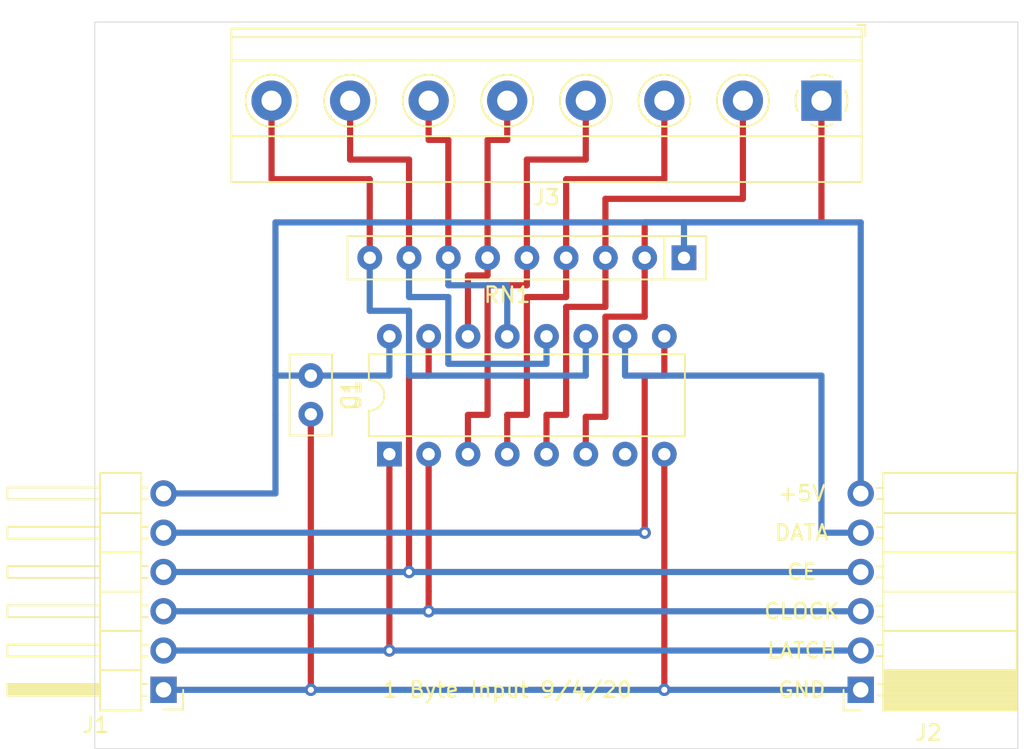
<source format=kicad_pcb>
(kicad_pcb (version 20171130) (host pcbnew "(5.1.6)-1")

  (general
    (thickness 1.6)
    (drawings 11)
    (tracks 106)
    (zones 0)
    (modules 8)
    (nets 17)
  )

  (page A4)
  (layers
    (0 F.Cu signal)
    (31 B.Cu signal)
    (32 B.Adhes user)
    (33 F.Adhes user)
    (34 B.Paste user)
    (35 F.Paste user)
    (36 B.SilkS user)
    (37 F.SilkS user)
    (38 B.Mask user)
    (39 F.Mask user)
    (40 Dwgs.User user)
    (41 Cmts.User user)
    (42 Eco1.User user)
    (43 Eco2.User user)
    (44 Edge.Cuts user)
    (45 Margin user)
    (46 B.CrtYd user)
    (47 F.CrtYd user)
    (48 B.Fab user)
    (49 F.Fab user)
  )

  (setup
    (last_trace_width 0.4)
    (user_trace_width 0.4)
    (trace_clearance 0.2)
    (zone_clearance 0.2)
    (zone_45_only no)
    (trace_min 0.2)
    (via_size 0.8)
    (via_drill 0.4)
    (via_min_size 0.4)
    (via_min_drill 0.3)
    (uvia_size 0.3)
    (uvia_drill 0.1)
    (uvias_allowed no)
    (uvia_min_size 0.2)
    (uvia_min_drill 0.1)
    (edge_width 0.05)
    (segment_width 0.2)
    (pcb_text_width 0.3)
    (pcb_text_size 1.5 1.5)
    (mod_edge_width 0.12)
    (mod_text_size 1 1)
    (mod_text_width 0.15)
    (pad_size 1.524 1.524)
    (pad_drill 0.762)
    (pad_to_mask_clearance 0.05)
    (aux_axis_origin 0 0)
    (visible_elements 7FFFFFFF)
    (pcbplotparams
      (layerselection 0x010fc_ffffffff)
      (usegerberextensions false)
      (usegerberattributes true)
      (usegerberadvancedattributes true)
      (creategerberjobfile true)
      (excludeedgelayer true)
      (linewidth 0.100000)
      (plotframeref false)
      (viasonmask false)
      (mode 1)
      (useauxorigin false)
      (hpglpennumber 1)
      (hpglpenspeed 20)
      (hpglpendiameter 15.000000)
      (psnegative false)
      (psa4output false)
      (plotreference true)
      (plotvalue true)
      (plotinvisibletext false)
      (padsonsilk false)
      (subtractmaskfromsilk false)
      (outputformat 1)
      (mirror false)
      (drillshape 1)
      (scaleselection 1)
      (outputdirectory ""))
  )

  (net 0 "")
  (net 1 +5V)
  (net 2 GND)
  (net 3 SI)
  (net 4 CE)
  (net 5 CLOCK)
  (net 6 LATCH)
  (net 7 IN1)
  (net 8 IN2)
  (net 9 IN3)
  (net 10 IN4)
  (net 11 IN5)
  (net 12 IN6)
  (net 13 IN7)
  (net 14 IN8)
  (net 15 SO)
  (net 16 "Net-(U1-Pad7)")

  (net_class Default "This is the default net class."
    (clearance 0.2)
    (trace_width 0.25)
    (via_dia 0.8)
    (via_drill 0.4)
    (uvia_dia 0.3)
    (uvia_drill 0.1)
    (add_net +5V)
    (add_net CE)
    (add_net CLOCK)
    (add_net GND)
    (add_net IN1)
    (add_net IN2)
    (add_net IN3)
    (add_net IN4)
    (add_net IN5)
    (add_net IN6)
    (add_net IN7)
    (add_net IN8)
    (add_net LATCH)
    (add_net "Net-(U1-Pad7)")
    (add_net SI)
    (add_net SO)
  )

  (module Package_DIP:DIP-16_W7.62mm (layer F.Cu) (tedit 5A02E8C5) (tstamp 5F521A7C)
    (at 77.47 81.28 90)
    (descr "16-lead though-hole mounted DIP package, row spacing 7.62 mm (300 mils)")
    (tags "THT DIP DIL PDIP 2.54mm 7.62mm 300mil")
    (path /5F5153F3)
    (fp_text reference U1 (at 3.81 -2.33 90) (layer F.SilkS)
      (effects (font (size 1 1) (thickness 0.15)))
    )
    (fp_text value 74LS165 (at 3.81 20.11 90) (layer F.Fab)
      (effects (font (size 1 1) (thickness 0.15)))
    )
    (fp_line (start 1.635 -1.27) (end 6.985 -1.27) (layer F.Fab) (width 0.1))
    (fp_line (start 6.985 -1.27) (end 6.985 19.05) (layer F.Fab) (width 0.1))
    (fp_line (start 6.985 19.05) (end 0.635 19.05) (layer F.Fab) (width 0.1))
    (fp_line (start 0.635 19.05) (end 0.635 -0.27) (layer F.Fab) (width 0.1))
    (fp_line (start 0.635 -0.27) (end 1.635 -1.27) (layer F.Fab) (width 0.1))
    (fp_line (start 2.81 -1.33) (end 1.16 -1.33) (layer F.SilkS) (width 0.12))
    (fp_line (start 1.16 -1.33) (end 1.16 19.11) (layer F.SilkS) (width 0.12))
    (fp_line (start 1.16 19.11) (end 6.46 19.11) (layer F.SilkS) (width 0.12))
    (fp_line (start 6.46 19.11) (end 6.46 -1.33) (layer F.SilkS) (width 0.12))
    (fp_line (start 6.46 -1.33) (end 4.81 -1.33) (layer F.SilkS) (width 0.12))
    (fp_line (start -1.1 -1.55) (end -1.1 19.3) (layer F.CrtYd) (width 0.05))
    (fp_line (start -1.1 19.3) (end 8.7 19.3) (layer F.CrtYd) (width 0.05))
    (fp_line (start 8.7 19.3) (end 8.7 -1.55) (layer F.CrtYd) (width 0.05))
    (fp_line (start 8.7 -1.55) (end -1.1 -1.55) (layer F.CrtYd) (width 0.05))
    (fp_arc (start 3.81 -1.33) (end 2.81 -1.33) (angle -180) (layer F.SilkS) (width 0.12))
    (fp_text user %R (at 3.81 8.89 90) (layer F.Fab)
      (effects (font (size 1 1) (thickness 0.15)))
    )
    (pad 1 thru_hole rect (at 0 0 90) (size 1.6 1.6) (drill 0.8) (layers *.Cu *.Mask)
      (net 6 LATCH))
    (pad 9 thru_hole oval (at 7.62 17.78 90) (size 1.6 1.6) (drill 0.8) (layers *.Cu *.Mask)
      (net 15 SO))
    (pad 2 thru_hole oval (at 0 2.54 90) (size 1.6 1.6) (drill 0.8) (layers *.Cu *.Mask)
      (net 5 CLOCK))
    (pad 10 thru_hole oval (at 7.62 15.24 90) (size 1.6 1.6) (drill 0.8) (layers *.Cu *.Mask)
      (net 3 SI))
    (pad 3 thru_hole oval (at 0 5.08 90) (size 1.6 1.6) (drill 0.8) (layers *.Cu *.Mask)
      (net 11 IN5))
    (pad 11 thru_hole oval (at 7.62 12.7 90) (size 1.6 1.6) (drill 0.8) (layers *.Cu *.Mask)
      (net 7 IN1))
    (pad 4 thru_hole oval (at 0 7.62 90) (size 1.6 1.6) (drill 0.8) (layers *.Cu *.Mask)
      (net 12 IN6))
    (pad 12 thru_hole oval (at 7.62 10.16 90) (size 1.6 1.6) (drill 0.8) (layers *.Cu *.Mask)
      (net 8 IN2))
    (pad 5 thru_hole oval (at 0 10.16 90) (size 1.6 1.6) (drill 0.8) (layers *.Cu *.Mask)
      (net 13 IN7))
    (pad 13 thru_hole oval (at 7.62 7.62 90) (size 1.6 1.6) (drill 0.8) (layers *.Cu *.Mask)
      (net 9 IN3))
    (pad 6 thru_hole oval (at 0 12.7 90) (size 1.6 1.6) (drill 0.8) (layers *.Cu *.Mask)
      (net 14 IN8))
    (pad 14 thru_hole oval (at 7.62 5.08 90) (size 1.6 1.6) (drill 0.8) (layers *.Cu *.Mask)
      (net 10 IN4))
    (pad 7 thru_hole oval (at 0 15.24 90) (size 1.6 1.6) (drill 0.8) (layers *.Cu *.Mask)
      (net 16 "Net-(U1-Pad7)"))
    (pad 15 thru_hole oval (at 7.62 2.54 90) (size 1.6 1.6) (drill 0.8) (layers *.Cu *.Mask)
      (net 4 CE))
    (pad 8 thru_hole oval (at 0 17.78 90) (size 1.6 1.6) (drill 0.8) (layers *.Cu *.Mask)
      (net 2 GND))
    (pad 16 thru_hole oval (at 7.62 0 90) (size 1.6 1.6) (drill 0.8) (layers *.Cu *.Mask)
      (net 1 +5V))
    (model ${KISYS3DMOD}/Package_DIP.3dshapes/DIP-16_W7.62mm.wrl
      (at (xyz 0 0 0))
      (scale (xyz 1 1 1))
      (rotate (xyz 0 0 0))
    )
  )

  (module MountingHole:MountingHole_3.2mm_M3 (layer F.Cu) (tedit 56D1B4CB) (tstamp 5F523215)
    (at 63.5 76.2)
    (descr "Mounting Hole 3.2mm, no annular, M3")
    (tags "mounting hole 3.2mm no annular m3")
    (attr virtual)
    (fp_text reference REF** (at 0 -4.2) (layer F.SilkS) hide
      (effects (font (size 1 1) (thickness 0.15)))
    )
    (fp_text value MountingHole_3.2mm_M3 (at 0 4.2) (layer F.Fab) hide
      (effects (font (size 1 1) (thickness 0.15)))
    )
    (fp_circle (center 0 0) (end 3.45 0) (layer F.CrtYd) (width 0.05))
    (fp_circle (center 0 0) (end 3.2 0) (layer Cmts.User) (width 0.15))
    (fp_text user %R (at 0.3 0) (layer F.Fab) hide
      (effects (font (size 1 1) (thickness 0.15)))
    )
    (pad 1 np_thru_hole circle (at 0 0) (size 3.2 3.2) (drill 3.2) (layers *.Cu *.Mask))
  )

  (module MountingHole:MountingHole_3.2mm_M3 (layer F.Cu) (tedit 56D1B4CB) (tstamp 5F5231F8)
    (at 111.76 76.2)
    (descr "Mounting Hole 3.2mm, no annular, M3")
    (tags "mounting hole 3.2mm no annular m3")
    (attr virtual)
    (fp_text reference "" (at 0 -4.2) (layer F.SilkS) hide
      (effects (font (size 1 1) (thickness 0.15)))
    )
    (fp_text value MountingHole_3.2mm_M3 (at 0 4.2) (layer F.Fab) hide
      (effects (font (size 1 1) (thickness 0.15)))
    )
    (fp_circle (center 0 0) (end 3.45 0) (layer F.CrtYd) (width 0.05))
    (fp_circle (center 0 0) (end 3.2 0) (layer Cmts.User) (width 0.15))
    (fp_text user %R (at 0.3 0) (layer F.Fab) hide
      (effects (font (size 1 1) (thickness 0.15)))
    )
    (pad 1 np_thru_hole circle (at 0 0) (size 3.2 3.2) (drill 3.2) (layers *.Cu *.Mask))
  )

  (module Capacitor_THT:C_Disc_D5.0mm_W2.5mm_P2.50mm (layer F.Cu) (tedit 5AE50EF0) (tstamp 5F522F8C)
    (at 72.39 76.2 270)
    (descr "C, Disc series, Radial, pin pitch=2.50mm, , diameter*width=5*2.5mm^2, Capacitor, http://cdn-reichelt.de/documents/datenblatt/B300/DS_KERKO_TC.pdf")
    (tags "C Disc series Radial pin pitch 2.50mm  diameter 5mm width 2.5mm Capacitor")
    (path /5F518FCB)
    (fp_text reference C1 (at 1.25 -2.5 90) (layer F.SilkS)
      (effects (font (size 1 1) (thickness 0.15)))
    )
    (fp_text value 0.1uf (at 1.25 2.5 90) (layer F.Fab)
      (effects (font (size 1 1) (thickness 0.15)))
    )
    (fp_line (start -1.25 -1.25) (end -1.25 1.25) (layer F.Fab) (width 0.1))
    (fp_line (start -1.25 1.25) (end 3.75 1.25) (layer F.Fab) (width 0.1))
    (fp_line (start 3.75 1.25) (end 3.75 -1.25) (layer F.Fab) (width 0.1))
    (fp_line (start 3.75 -1.25) (end -1.25 -1.25) (layer F.Fab) (width 0.1))
    (fp_line (start -1.37 -1.37) (end 3.87 -1.37) (layer F.SilkS) (width 0.12))
    (fp_line (start -1.37 1.37) (end 3.87 1.37) (layer F.SilkS) (width 0.12))
    (fp_line (start -1.37 -1.37) (end -1.37 1.37) (layer F.SilkS) (width 0.12))
    (fp_line (start 3.87 -1.37) (end 3.87 1.37) (layer F.SilkS) (width 0.12))
    (fp_line (start -1.5 -1.5) (end -1.5 1.5) (layer F.CrtYd) (width 0.05))
    (fp_line (start -1.5 1.5) (end 4 1.5) (layer F.CrtYd) (width 0.05))
    (fp_line (start 4 1.5) (end 4 -1.5) (layer F.CrtYd) (width 0.05))
    (fp_line (start 4 -1.5) (end -1.5 -1.5) (layer F.CrtYd) (width 0.05))
    (fp_text user %R (at 1.25 0 270) (layer F.Fab)
      (effects (font (size 1 1) (thickness 0.15)))
    )
    (pad 1 thru_hole circle (at 0 0 270) (size 1.6 1.6) (drill 0.8) (layers *.Cu *.Mask)
      (net 1 +5V))
    (pad 2 thru_hole circle (at 2.5 0 270) (size 1.6 1.6) (drill 0.8) (layers *.Cu *.Mask)
      (net 2 GND))
    (model ${KISYS3DMOD}/Capacitor_THT.3dshapes/C_Disc_D5.0mm_W2.5mm_P2.50mm.wrl
      (at (xyz 0 0 0))
      (scale (xyz 1 1 1))
      (rotate (xyz 0 0 0))
    )
  )

  (module Connector_PinHeader_2.54mm:PinHeader_1x06_P2.54mm_Horizontal (layer F.Cu) (tedit 59FED5CB) (tstamp 5F521996)
    (at 62.865 96.52 180)
    (descr "Through hole angled pin header, 1x06, 2.54mm pitch, 6mm pin length, single row")
    (tags "Through hole angled pin header THT 1x06 2.54mm single row")
    (path /5F517104)
    (fp_text reference J1 (at 4.385 -2.27) (layer F.SilkS)
      (effects (font (size 1 1) (thickness 0.15)))
    )
    (fp_text value Conn_01x06 (at 4.385 14.97) (layer F.Fab)
      (effects (font (size 1 1) (thickness 0.15)))
    )
    (fp_line (start 2.135 -1.27) (end 4.04 -1.27) (layer F.Fab) (width 0.1))
    (fp_line (start 4.04 -1.27) (end 4.04 13.97) (layer F.Fab) (width 0.1))
    (fp_line (start 4.04 13.97) (end 1.5 13.97) (layer F.Fab) (width 0.1))
    (fp_line (start 1.5 13.97) (end 1.5 -0.635) (layer F.Fab) (width 0.1))
    (fp_line (start 1.5 -0.635) (end 2.135 -1.27) (layer F.Fab) (width 0.1))
    (fp_line (start -0.32 -0.32) (end 1.5 -0.32) (layer F.Fab) (width 0.1))
    (fp_line (start -0.32 -0.32) (end -0.32 0.32) (layer F.Fab) (width 0.1))
    (fp_line (start -0.32 0.32) (end 1.5 0.32) (layer F.Fab) (width 0.1))
    (fp_line (start 4.04 -0.32) (end 10.04 -0.32) (layer F.Fab) (width 0.1))
    (fp_line (start 10.04 -0.32) (end 10.04 0.32) (layer F.Fab) (width 0.1))
    (fp_line (start 4.04 0.32) (end 10.04 0.32) (layer F.Fab) (width 0.1))
    (fp_line (start -0.32 2.22) (end 1.5 2.22) (layer F.Fab) (width 0.1))
    (fp_line (start -0.32 2.22) (end -0.32 2.86) (layer F.Fab) (width 0.1))
    (fp_line (start -0.32 2.86) (end 1.5 2.86) (layer F.Fab) (width 0.1))
    (fp_line (start 4.04 2.22) (end 10.04 2.22) (layer F.Fab) (width 0.1))
    (fp_line (start 10.04 2.22) (end 10.04 2.86) (layer F.Fab) (width 0.1))
    (fp_line (start 4.04 2.86) (end 10.04 2.86) (layer F.Fab) (width 0.1))
    (fp_line (start -0.32 4.76) (end 1.5 4.76) (layer F.Fab) (width 0.1))
    (fp_line (start -0.32 4.76) (end -0.32 5.4) (layer F.Fab) (width 0.1))
    (fp_line (start -0.32 5.4) (end 1.5 5.4) (layer F.Fab) (width 0.1))
    (fp_line (start 4.04 4.76) (end 10.04 4.76) (layer F.Fab) (width 0.1))
    (fp_line (start 10.04 4.76) (end 10.04 5.4) (layer F.Fab) (width 0.1))
    (fp_line (start 4.04 5.4) (end 10.04 5.4) (layer F.Fab) (width 0.1))
    (fp_line (start -0.32 7.3) (end 1.5 7.3) (layer F.Fab) (width 0.1))
    (fp_line (start -0.32 7.3) (end -0.32 7.94) (layer F.Fab) (width 0.1))
    (fp_line (start -0.32 7.94) (end 1.5 7.94) (layer F.Fab) (width 0.1))
    (fp_line (start 4.04 7.3) (end 10.04 7.3) (layer F.Fab) (width 0.1))
    (fp_line (start 10.04 7.3) (end 10.04 7.94) (layer F.Fab) (width 0.1))
    (fp_line (start 4.04 7.94) (end 10.04 7.94) (layer F.Fab) (width 0.1))
    (fp_line (start -0.32 9.84) (end 1.5 9.84) (layer F.Fab) (width 0.1))
    (fp_line (start -0.32 9.84) (end -0.32 10.48) (layer F.Fab) (width 0.1))
    (fp_line (start -0.32 10.48) (end 1.5 10.48) (layer F.Fab) (width 0.1))
    (fp_line (start 4.04 9.84) (end 10.04 9.84) (layer F.Fab) (width 0.1))
    (fp_line (start 10.04 9.84) (end 10.04 10.48) (layer F.Fab) (width 0.1))
    (fp_line (start 4.04 10.48) (end 10.04 10.48) (layer F.Fab) (width 0.1))
    (fp_line (start -0.32 12.38) (end 1.5 12.38) (layer F.Fab) (width 0.1))
    (fp_line (start -0.32 12.38) (end -0.32 13.02) (layer F.Fab) (width 0.1))
    (fp_line (start -0.32 13.02) (end 1.5 13.02) (layer F.Fab) (width 0.1))
    (fp_line (start 4.04 12.38) (end 10.04 12.38) (layer F.Fab) (width 0.1))
    (fp_line (start 10.04 12.38) (end 10.04 13.02) (layer F.Fab) (width 0.1))
    (fp_line (start 4.04 13.02) (end 10.04 13.02) (layer F.Fab) (width 0.1))
    (fp_line (start 1.44 -1.33) (end 1.44 14.03) (layer F.SilkS) (width 0.12))
    (fp_line (start 1.44 14.03) (end 4.1 14.03) (layer F.SilkS) (width 0.12))
    (fp_line (start 4.1 14.03) (end 4.1 -1.33) (layer F.SilkS) (width 0.12))
    (fp_line (start 4.1 -1.33) (end 1.44 -1.33) (layer F.SilkS) (width 0.12))
    (fp_line (start 4.1 -0.38) (end 10.1 -0.38) (layer F.SilkS) (width 0.12))
    (fp_line (start 10.1 -0.38) (end 10.1 0.38) (layer F.SilkS) (width 0.12))
    (fp_line (start 10.1 0.38) (end 4.1 0.38) (layer F.SilkS) (width 0.12))
    (fp_line (start 4.1 -0.32) (end 10.1 -0.32) (layer F.SilkS) (width 0.12))
    (fp_line (start 4.1 -0.2) (end 10.1 -0.2) (layer F.SilkS) (width 0.12))
    (fp_line (start 4.1 -0.08) (end 10.1 -0.08) (layer F.SilkS) (width 0.12))
    (fp_line (start 4.1 0.04) (end 10.1 0.04) (layer F.SilkS) (width 0.12))
    (fp_line (start 4.1 0.16) (end 10.1 0.16) (layer F.SilkS) (width 0.12))
    (fp_line (start 4.1 0.28) (end 10.1 0.28) (layer F.SilkS) (width 0.12))
    (fp_line (start 1.11 -0.38) (end 1.44 -0.38) (layer F.SilkS) (width 0.12))
    (fp_line (start 1.11 0.38) (end 1.44 0.38) (layer F.SilkS) (width 0.12))
    (fp_line (start 1.44 1.27) (end 4.1 1.27) (layer F.SilkS) (width 0.12))
    (fp_line (start 4.1 2.16) (end 10.1 2.16) (layer F.SilkS) (width 0.12))
    (fp_line (start 10.1 2.16) (end 10.1 2.92) (layer F.SilkS) (width 0.12))
    (fp_line (start 10.1 2.92) (end 4.1 2.92) (layer F.SilkS) (width 0.12))
    (fp_line (start 1.042929 2.16) (end 1.44 2.16) (layer F.SilkS) (width 0.12))
    (fp_line (start 1.042929 2.92) (end 1.44 2.92) (layer F.SilkS) (width 0.12))
    (fp_line (start 1.44 3.81) (end 4.1 3.81) (layer F.SilkS) (width 0.12))
    (fp_line (start 4.1 4.7) (end 10.1 4.7) (layer F.SilkS) (width 0.12))
    (fp_line (start 10.1 4.7) (end 10.1 5.46) (layer F.SilkS) (width 0.12))
    (fp_line (start 10.1 5.46) (end 4.1 5.46) (layer F.SilkS) (width 0.12))
    (fp_line (start 1.042929 4.7) (end 1.44 4.7) (layer F.SilkS) (width 0.12))
    (fp_line (start 1.042929 5.46) (end 1.44 5.46) (layer F.SilkS) (width 0.12))
    (fp_line (start 1.44 6.35) (end 4.1 6.35) (layer F.SilkS) (width 0.12))
    (fp_line (start 4.1 7.24) (end 10.1 7.24) (layer F.SilkS) (width 0.12))
    (fp_line (start 10.1 7.24) (end 10.1 8) (layer F.SilkS) (width 0.12))
    (fp_line (start 10.1 8) (end 4.1 8) (layer F.SilkS) (width 0.12))
    (fp_line (start 1.042929 7.24) (end 1.44 7.24) (layer F.SilkS) (width 0.12))
    (fp_line (start 1.042929 8) (end 1.44 8) (layer F.SilkS) (width 0.12))
    (fp_line (start 1.44 8.89) (end 4.1 8.89) (layer F.SilkS) (width 0.12))
    (fp_line (start 4.1 9.78) (end 10.1 9.78) (layer F.SilkS) (width 0.12))
    (fp_line (start 10.1 9.78) (end 10.1 10.54) (layer F.SilkS) (width 0.12))
    (fp_line (start 10.1 10.54) (end 4.1 10.54) (layer F.SilkS) (width 0.12))
    (fp_line (start 1.042929 9.78) (end 1.44 9.78) (layer F.SilkS) (width 0.12))
    (fp_line (start 1.042929 10.54) (end 1.44 10.54) (layer F.SilkS) (width 0.12))
    (fp_line (start 1.44 11.43) (end 4.1 11.43) (layer F.SilkS) (width 0.12))
    (fp_line (start 4.1 12.32) (end 10.1 12.32) (layer F.SilkS) (width 0.12))
    (fp_line (start 10.1 12.32) (end 10.1 13.08) (layer F.SilkS) (width 0.12))
    (fp_line (start 10.1 13.08) (end 4.1 13.08) (layer F.SilkS) (width 0.12))
    (fp_line (start 1.042929 12.32) (end 1.44 12.32) (layer F.SilkS) (width 0.12))
    (fp_line (start 1.042929 13.08) (end 1.44 13.08) (layer F.SilkS) (width 0.12))
    (fp_line (start -1.27 0) (end -1.27 -1.27) (layer F.SilkS) (width 0.12))
    (fp_line (start -1.27 -1.27) (end 0 -1.27) (layer F.SilkS) (width 0.12))
    (fp_line (start -1.8 -1.8) (end -1.8 14.5) (layer F.CrtYd) (width 0.05))
    (fp_line (start -1.8 14.5) (end 10.55 14.5) (layer F.CrtYd) (width 0.05))
    (fp_line (start 10.55 14.5) (end 10.55 -1.8) (layer F.CrtYd) (width 0.05))
    (fp_line (start 10.55 -1.8) (end -1.8 -1.8) (layer F.CrtYd) (width 0.05))
    (fp_text user %R (at 2.77 6.35 90) (layer F.Fab)
      (effects (font (size 1 1) (thickness 0.15)))
    )
    (pad 1 thru_hole rect (at 0 0 180) (size 1.7 1.7) (drill 1) (layers *.Cu *.Mask)
      (net 2 GND))
    (pad 2 thru_hole oval (at 0 2.54 180) (size 1.7 1.7) (drill 1) (layers *.Cu *.Mask)
      (net 6 LATCH))
    (pad 3 thru_hole oval (at 0 5.08 180) (size 1.7 1.7) (drill 1) (layers *.Cu *.Mask)
      (net 5 CLOCK))
    (pad 4 thru_hole oval (at 0 7.62 180) (size 1.7 1.7) (drill 1) (layers *.Cu *.Mask)
      (net 4 CE))
    (pad 5 thru_hole oval (at 0 10.16 180) (size 1.7 1.7) (drill 1) (layers *.Cu *.Mask)
      (net 15 SO))
    (pad 6 thru_hole oval (at 0 12.7 180) (size 1.7 1.7) (drill 1) (layers *.Cu *.Mask)
      (net 1 +5V))
    (model ${KISYS3DMOD}/Connector_PinHeader_2.54mm.3dshapes/PinHeader_1x06_P2.54mm_Horizontal.wrl
      (at (xyz 0 0 0))
      (scale (xyz 1 1 1))
      (rotate (xyz 0 0 0))
    )
  )

  (module TerminalBlock_Phoenix:TerminalBlock_Phoenix_MKDS-1,5-8-5.08_1x08_P5.08mm_Horizontal (layer F.Cu) (tedit 5B294EC0) (tstamp 5F521A3C)
    (at 105.41 58.42 180)
    (descr "Terminal Block Phoenix MKDS-1,5-8-5.08, 8 pins, pitch 5.08mm, size 40.6x9.8mm^2, drill diamater 1.3mm, pad diameter 2.6mm, see http://www.farnell.com/datasheets/100425.pdf, script-generated using https://github.com/pointhi/kicad-footprint-generator/scripts/TerminalBlock_Phoenix")
    (tags "THT Terminal Block Phoenix MKDS-1,5-8-5.08 pitch 5.08mm size 40.6x9.8mm^2 drill 1.3mm pad 2.6mm")
    (path /5F51803F)
    (fp_text reference J3 (at 17.78 -6.26) (layer F.SilkS)
      (effects (font (size 1 1) (thickness 0.15)))
    )
    (fp_text value Conn_01x08 (at 17.78 5.66) (layer F.Fab)
      (effects (font (size 1 1) (thickness 0.15)))
    )
    (fp_circle (center 0 0) (end 1.5 0) (layer F.Fab) (width 0.1))
    (fp_circle (center 5.08 0) (end 6.58 0) (layer F.Fab) (width 0.1))
    (fp_circle (center 5.08 0) (end 6.76 0) (layer F.SilkS) (width 0.12))
    (fp_circle (center 10.16 0) (end 11.66 0) (layer F.Fab) (width 0.1))
    (fp_circle (center 10.16 0) (end 11.84 0) (layer F.SilkS) (width 0.12))
    (fp_circle (center 15.24 0) (end 16.74 0) (layer F.Fab) (width 0.1))
    (fp_circle (center 15.24 0) (end 16.92 0) (layer F.SilkS) (width 0.12))
    (fp_circle (center 20.32 0) (end 21.82 0) (layer F.Fab) (width 0.1))
    (fp_circle (center 20.32 0) (end 22 0) (layer F.SilkS) (width 0.12))
    (fp_circle (center 25.4 0) (end 26.9 0) (layer F.Fab) (width 0.1))
    (fp_circle (center 25.4 0) (end 27.08 0) (layer F.SilkS) (width 0.12))
    (fp_circle (center 30.48 0) (end 31.98 0) (layer F.Fab) (width 0.1))
    (fp_circle (center 30.48 0) (end 32.16 0) (layer F.SilkS) (width 0.12))
    (fp_circle (center 35.56 0) (end 37.06 0) (layer F.Fab) (width 0.1))
    (fp_circle (center 35.56 0) (end 37.24 0) (layer F.SilkS) (width 0.12))
    (fp_line (start -2.54 -5.2) (end 38.1 -5.2) (layer F.Fab) (width 0.1))
    (fp_line (start 38.1 -5.2) (end 38.1 4.6) (layer F.Fab) (width 0.1))
    (fp_line (start 38.1 4.6) (end -2.04 4.6) (layer F.Fab) (width 0.1))
    (fp_line (start -2.04 4.6) (end -2.54 4.1) (layer F.Fab) (width 0.1))
    (fp_line (start -2.54 4.1) (end -2.54 -5.2) (layer F.Fab) (width 0.1))
    (fp_line (start -2.54 4.1) (end 38.1 4.1) (layer F.Fab) (width 0.1))
    (fp_line (start -2.6 4.1) (end 38.16 4.1) (layer F.SilkS) (width 0.12))
    (fp_line (start -2.54 2.6) (end 38.1 2.6) (layer F.Fab) (width 0.1))
    (fp_line (start -2.6 2.6) (end 38.16 2.6) (layer F.SilkS) (width 0.12))
    (fp_line (start -2.54 -2.3) (end 38.1 -2.3) (layer F.Fab) (width 0.1))
    (fp_line (start -2.6 -2.301) (end 38.16 -2.301) (layer F.SilkS) (width 0.12))
    (fp_line (start -2.6 -5.261) (end 38.16 -5.261) (layer F.SilkS) (width 0.12))
    (fp_line (start -2.6 4.66) (end 38.16 4.66) (layer F.SilkS) (width 0.12))
    (fp_line (start -2.6 -5.261) (end -2.6 4.66) (layer F.SilkS) (width 0.12))
    (fp_line (start 38.16 -5.261) (end 38.16 4.66) (layer F.SilkS) (width 0.12))
    (fp_line (start 1.138 -0.955) (end -0.955 1.138) (layer F.Fab) (width 0.1))
    (fp_line (start 0.955 -1.138) (end -1.138 0.955) (layer F.Fab) (width 0.1))
    (fp_line (start 6.218 -0.955) (end 4.126 1.138) (layer F.Fab) (width 0.1))
    (fp_line (start 6.035 -1.138) (end 3.943 0.955) (layer F.Fab) (width 0.1))
    (fp_line (start 6.355 -1.069) (end 6.308 -1.023) (layer F.SilkS) (width 0.12))
    (fp_line (start 4.046 1.239) (end 4.011 1.274) (layer F.SilkS) (width 0.12))
    (fp_line (start 6.15 -1.275) (end 6.115 -1.239) (layer F.SilkS) (width 0.12))
    (fp_line (start 3.853 1.023) (end 3.806 1.069) (layer F.SilkS) (width 0.12))
    (fp_line (start 11.298 -0.955) (end 9.206 1.138) (layer F.Fab) (width 0.1))
    (fp_line (start 11.115 -1.138) (end 9.023 0.955) (layer F.Fab) (width 0.1))
    (fp_line (start 11.435 -1.069) (end 11.388 -1.023) (layer F.SilkS) (width 0.12))
    (fp_line (start 9.126 1.239) (end 9.091 1.274) (layer F.SilkS) (width 0.12))
    (fp_line (start 11.23 -1.275) (end 11.195 -1.239) (layer F.SilkS) (width 0.12))
    (fp_line (start 8.933 1.023) (end 8.886 1.069) (layer F.SilkS) (width 0.12))
    (fp_line (start 16.378 -0.955) (end 14.286 1.138) (layer F.Fab) (width 0.1))
    (fp_line (start 16.195 -1.138) (end 14.103 0.955) (layer F.Fab) (width 0.1))
    (fp_line (start 16.515 -1.069) (end 16.468 -1.023) (layer F.SilkS) (width 0.12))
    (fp_line (start 14.206 1.239) (end 14.171 1.274) (layer F.SilkS) (width 0.12))
    (fp_line (start 16.31 -1.275) (end 16.275 -1.239) (layer F.SilkS) (width 0.12))
    (fp_line (start 14.013 1.023) (end 13.966 1.069) (layer F.SilkS) (width 0.12))
    (fp_line (start 21.458 -0.955) (end 19.366 1.138) (layer F.Fab) (width 0.1))
    (fp_line (start 21.275 -1.138) (end 19.183 0.955) (layer F.Fab) (width 0.1))
    (fp_line (start 21.595 -1.069) (end 21.548 -1.023) (layer F.SilkS) (width 0.12))
    (fp_line (start 19.286 1.239) (end 19.251 1.274) (layer F.SilkS) (width 0.12))
    (fp_line (start 21.39 -1.275) (end 21.355 -1.239) (layer F.SilkS) (width 0.12))
    (fp_line (start 19.093 1.023) (end 19.046 1.069) (layer F.SilkS) (width 0.12))
    (fp_line (start 26.538 -0.955) (end 24.446 1.138) (layer F.Fab) (width 0.1))
    (fp_line (start 26.355 -1.138) (end 24.263 0.955) (layer F.Fab) (width 0.1))
    (fp_line (start 26.675 -1.069) (end 26.628 -1.023) (layer F.SilkS) (width 0.12))
    (fp_line (start 24.366 1.239) (end 24.331 1.274) (layer F.SilkS) (width 0.12))
    (fp_line (start 26.47 -1.275) (end 26.435 -1.239) (layer F.SilkS) (width 0.12))
    (fp_line (start 24.173 1.023) (end 24.126 1.069) (layer F.SilkS) (width 0.12))
    (fp_line (start 31.618 -0.955) (end 29.526 1.138) (layer F.Fab) (width 0.1))
    (fp_line (start 31.435 -1.138) (end 29.343 0.955) (layer F.Fab) (width 0.1))
    (fp_line (start 31.755 -1.069) (end 31.708 -1.023) (layer F.SilkS) (width 0.12))
    (fp_line (start 29.446 1.239) (end 29.411 1.274) (layer F.SilkS) (width 0.12))
    (fp_line (start 31.55 -1.275) (end 31.515 -1.239) (layer F.SilkS) (width 0.12))
    (fp_line (start 29.253 1.023) (end 29.206 1.069) (layer F.SilkS) (width 0.12))
    (fp_line (start 36.698 -0.955) (end 34.606 1.138) (layer F.Fab) (width 0.1))
    (fp_line (start 36.515 -1.138) (end 34.423 0.955) (layer F.Fab) (width 0.1))
    (fp_line (start 36.835 -1.069) (end 36.788 -1.023) (layer F.SilkS) (width 0.12))
    (fp_line (start 34.526 1.239) (end 34.491 1.274) (layer F.SilkS) (width 0.12))
    (fp_line (start 36.63 -1.275) (end 36.595 -1.239) (layer F.SilkS) (width 0.12))
    (fp_line (start 34.333 1.023) (end 34.286 1.069) (layer F.SilkS) (width 0.12))
    (fp_line (start -2.84 4.16) (end -2.84 4.9) (layer F.SilkS) (width 0.12))
    (fp_line (start -2.84 4.9) (end -2.34 4.9) (layer F.SilkS) (width 0.12))
    (fp_line (start -3.04 -5.71) (end -3.04 5.1) (layer F.CrtYd) (width 0.05))
    (fp_line (start -3.04 5.1) (end 38.6 5.1) (layer F.CrtYd) (width 0.05))
    (fp_line (start 38.6 5.1) (end 38.6 -5.71) (layer F.CrtYd) (width 0.05))
    (fp_line (start 38.6 -5.71) (end -3.04 -5.71) (layer F.CrtYd) (width 0.05))
    (fp_arc (start 0 0) (end 0 1.68) (angle -24) (layer F.SilkS) (width 0.12))
    (fp_arc (start 0 0) (end 1.535 0.684) (angle -48) (layer F.SilkS) (width 0.12))
    (fp_arc (start 0 0) (end 0.684 -1.535) (angle -48) (layer F.SilkS) (width 0.12))
    (fp_arc (start 0 0) (end -1.535 -0.684) (angle -48) (layer F.SilkS) (width 0.12))
    (fp_arc (start 0 0) (end -0.684 1.535) (angle -25) (layer F.SilkS) (width 0.12))
    (fp_text user %R (at 17.78 3.2) (layer F.Fab)
      (effects (font (size 1 1) (thickness 0.15)))
    )
    (pad 1 thru_hole rect (at 0 0 180) (size 2.6 2.6) (drill 1.3) (layers *.Cu *.Mask)
      (net 14 IN8))
    (pad 2 thru_hole circle (at 5.08 0 180) (size 2.6 2.6) (drill 1.3) (layers *.Cu *.Mask)
      (net 13 IN7))
    (pad 3 thru_hole circle (at 10.16 0 180) (size 2.6 2.6) (drill 1.3) (layers *.Cu *.Mask)
      (net 12 IN6))
    (pad 4 thru_hole circle (at 15.24 0 180) (size 2.6 2.6) (drill 1.3) (layers *.Cu *.Mask)
      (net 11 IN5))
    (pad 5 thru_hole circle (at 20.32 0 180) (size 2.6 2.6) (drill 1.3) (layers *.Cu *.Mask)
      (net 10 IN4))
    (pad 6 thru_hole circle (at 25.4 0 180) (size 2.6 2.6) (drill 1.3) (layers *.Cu *.Mask)
      (net 9 IN3))
    (pad 7 thru_hole circle (at 30.48 0 180) (size 2.6 2.6) (drill 1.3) (layers *.Cu *.Mask)
      (net 8 IN2))
    (pad 8 thru_hole circle (at 35.56 0 180) (size 2.6 2.6) (drill 1.3) (layers *.Cu *.Mask)
      (net 7 IN1))
    (model ${KISYS3DMOD}/TerminalBlock_Phoenix.3dshapes/TerminalBlock_Phoenix_MKDS-1,5-8-5.08_1x08_P5.08mm_Horizontal.wrl
      (at (xyz 0 0 0))
      (scale (xyz 1 1 1))
      (rotate (xyz 0 0 0))
    )
  )

  (module Resistor_THT:R_Array_SIP9 (layer F.Cu) (tedit 5A14249F) (tstamp 5F521A58)
    (at 96.52 68.58 180)
    (descr "9-pin Resistor SIP pack")
    (tags R)
    (path /5F527D9F)
    (fp_text reference RN1 (at 11.43 -2.4) (layer F.SilkS)
      (effects (font (size 1 1) (thickness 0.15)))
    )
    (fp_text value 4.7K (at 11.43 2.4) (layer F.Fab)
      (effects (font (size 1 1) (thickness 0.15)))
    )
    (fp_line (start -1.29 -1.25) (end -1.29 1.25) (layer F.Fab) (width 0.1))
    (fp_line (start -1.29 1.25) (end 21.61 1.25) (layer F.Fab) (width 0.1))
    (fp_line (start 21.61 1.25) (end 21.61 -1.25) (layer F.Fab) (width 0.1))
    (fp_line (start 21.61 -1.25) (end -1.29 -1.25) (layer F.Fab) (width 0.1))
    (fp_line (start 1.27 -1.25) (end 1.27 1.25) (layer F.Fab) (width 0.1))
    (fp_line (start -1.44 -1.4) (end -1.44 1.4) (layer F.SilkS) (width 0.12))
    (fp_line (start -1.44 1.4) (end 21.76 1.4) (layer F.SilkS) (width 0.12))
    (fp_line (start 21.76 1.4) (end 21.76 -1.4) (layer F.SilkS) (width 0.12))
    (fp_line (start 21.76 -1.4) (end -1.44 -1.4) (layer F.SilkS) (width 0.12))
    (fp_line (start 1.27 -1.4) (end 1.27 1.4) (layer F.SilkS) (width 0.12))
    (fp_line (start -1.7 -1.65) (end -1.7 1.65) (layer F.CrtYd) (width 0.05))
    (fp_line (start -1.7 1.65) (end 22.05 1.65) (layer F.CrtYd) (width 0.05))
    (fp_line (start 22.05 1.65) (end 22.05 -1.65) (layer F.CrtYd) (width 0.05))
    (fp_line (start 22.05 -1.65) (end -1.7 -1.65) (layer F.CrtYd) (width 0.05))
    (fp_text user %R (at 10.16 0) (layer F.Fab)
      (effects (font (size 1 1) (thickness 0.15)))
    )
    (pad 1 thru_hole rect (at 0 0 180) (size 1.6 1.6) (drill 0.8) (layers *.Cu *.Mask)
      (net 1 +5V))
    (pad 2 thru_hole oval (at 2.54 0 180) (size 1.6 1.6) (drill 0.8) (layers *.Cu *.Mask)
      (net 14 IN8))
    (pad 3 thru_hole oval (at 5.08 0 180) (size 1.6 1.6) (drill 0.8) (layers *.Cu *.Mask)
      (net 13 IN7))
    (pad 4 thru_hole oval (at 7.62 0 180) (size 1.6 1.6) (drill 0.8) (layers *.Cu *.Mask)
      (net 12 IN6))
    (pad 5 thru_hole oval (at 10.16 0 180) (size 1.6 1.6) (drill 0.8) (layers *.Cu *.Mask)
      (net 11 IN5))
    (pad 6 thru_hole oval (at 12.7 0 180) (size 1.6 1.6) (drill 0.8) (layers *.Cu *.Mask)
      (net 10 IN4))
    (pad 7 thru_hole oval (at 15.24 0 180) (size 1.6 1.6) (drill 0.8) (layers *.Cu *.Mask)
      (net 9 IN3))
    (pad 8 thru_hole oval (at 17.78 0 180) (size 1.6 1.6) (drill 0.8) (layers *.Cu *.Mask)
      (net 8 IN2))
    (pad 9 thru_hole oval (at 20.32 0 180) (size 1.6 1.6) (drill 0.8) (layers *.Cu *.Mask)
      (net 7 IN1))
    (model ${KISYS3DMOD}/Resistor_THT.3dshapes/R_Array_SIP9.wrl
      (at (xyz 0 0 0))
      (scale (xyz 1 1 1))
      (rotate (xyz 0 0 0))
    )
  )

  (module Connector_PinSocket_2.54mm:PinSocket_1x06_P2.54mm_Horizontal (layer F.Cu) (tedit 5A19A42D) (tstamp 5F521EFB)
    (at 107.95 96.52 180)
    (descr "Through hole angled socket strip, 1x06, 2.54mm pitch, 8.51mm socket length, single row (from Kicad 4.0.7), script generated")
    (tags "Through hole angled socket strip THT 1x06 2.54mm single row")
    (path /5F517B04)
    (fp_text reference J2 (at -4.38 -2.77) (layer F.SilkS)
      (effects (font (size 1 1) (thickness 0.15)))
    )
    (fp_text value Conn_01x06 (at -4.38 15.47) (layer F.Fab)
      (effects (font (size 1 1) (thickness 0.15)))
    )
    (fp_line (start -10.03 -1.27) (end -2.49 -1.27) (layer F.Fab) (width 0.1))
    (fp_line (start -2.49 -1.27) (end -1.52 -0.3) (layer F.Fab) (width 0.1))
    (fp_line (start -1.52 -0.3) (end -1.52 13.97) (layer F.Fab) (width 0.1))
    (fp_line (start -1.52 13.97) (end -10.03 13.97) (layer F.Fab) (width 0.1))
    (fp_line (start -10.03 13.97) (end -10.03 -1.27) (layer F.Fab) (width 0.1))
    (fp_line (start 0 -0.3) (end -1.52 -0.3) (layer F.Fab) (width 0.1))
    (fp_line (start -1.52 0.3) (end 0 0.3) (layer F.Fab) (width 0.1))
    (fp_line (start 0 0.3) (end 0 -0.3) (layer F.Fab) (width 0.1))
    (fp_line (start 0 2.24) (end -1.52 2.24) (layer F.Fab) (width 0.1))
    (fp_line (start -1.52 2.84) (end 0 2.84) (layer F.Fab) (width 0.1))
    (fp_line (start 0 2.84) (end 0 2.24) (layer F.Fab) (width 0.1))
    (fp_line (start 0 4.78) (end -1.52 4.78) (layer F.Fab) (width 0.1))
    (fp_line (start -1.52 5.38) (end 0 5.38) (layer F.Fab) (width 0.1))
    (fp_line (start 0 5.38) (end 0 4.78) (layer F.Fab) (width 0.1))
    (fp_line (start 0 7.32) (end -1.52 7.32) (layer F.Fab) (width 0.1))
    (fp_line (start -1.52 7.92) (end 0 7.92) (layer F.Fab) (width 0.1))
    (fp_line (start 0 7.92) (end 0 7.32) (layer F.Fab) (width 0.1))
    (fp_line (start 0 9.86) (end -1.52 9.86) (layer F.Fab) (width 0.1))
    (fp_line (start -1.52 10.46) (end 0 10.46) (layer F.Fab) (width 0.1))
    (fp_line (start 0 10.46) (end 0 9.86) (layer F.Fab) (width 0.1))
    (fp_line (start 0 12.4) (end -1.52 12.4) (layer F.Fab) (width 0.1))
    (fp_line (start -1.52 13) (end 0 13) (layer F.Fab) (width 0.1))
    (fp_line (start 0 13) (end 0 12.4) (layer F.Fab) (width 0.1))
    (fp_line (start -10.09 -1.21) (end -1.46 -1.21) (layer F.SilkS) (width 0.12))
    (fp_line (start -10.09 -1.091905) (end -1.46 -1.091905) (layer F.SilkS) (width 0.12))
    (fp_line (start -10.09 -0.97381) (end -1.46 -0.97381) (layer F.SilkS) (width 0.12))
    (fp_line (start -10.09 -0.855715) (end -1.46 -0.855715) (layer F.SilkS) (width 0.12))
    (fp_line (start -10.09 -0.73762) (end -1.46 -0.73762) (layer F.SilkS) (width 0.12))
    (fp_line (start -10.09 -0.619525) (end -1.46 -0.619525) (layer F.SilkS) (width 0.12))
    (fp_line (start -10.09 -0.50143) (end -1.46 -0.50143) (layer F.SilkS) (width 0.12))
    (fp_line (start -10.09 -0.383335) (end -1.46 -0.383335) (layer F.SilkS) (width 0.12))
    (fp_line (start -10.09 -0.26524) (end -1.46 -0.26524) (layer F.SilkS) (width 0.12))
    (fp_line (start -10.09 -0.147145) (end -1.46 -0.147145) (layer F.SilkS) (width 0.12))
    (fp_line (start -10.09 -0.02905) (end -1.46 -0.02905) (layer F.SilkS) (width 0.12))
    (fp_line (start -10.09 0.089045) (end -1.46 0.089045) (layer F.SilkS) (width 0.12))
    (fp_line (start -10.09 0.20714) (end -1.46 0.20714) (layer F.SilkS) (width 0.12))
    (fp_line (start -10.09 0.325235) (end -1.46 0.325235) (layer F.SilkS) (width 0.12))
    (fp_line (start -10.09 0.44333) (end -1.46 0.44333) (layer F.SilkS) (width 0.12))
    (fp_line (start -10.09 0.561425) (end -1.46 0.561425) (layer F.SilkS) (width 0.12))
    (fp_line (start -10.09 0.67952) (end -1.46 0.67952) (layer F.SilkS) (width 0.12))
    (fp_line (start -10.09 0.797615) (end -1.46 0.797615) (layer F.SilkS) (width 0.12))
    (fp_line (start -10.09 0.91571) (end -1.46 0.91571) (layer F.SilkS) (width 0.12))
    (fp_line (start -10.09 1.033805) (end -1.46 1.033805) (layer F.SilkS) (width 0.12))
    (fp_line (start -10.09 1.1519) (end -1.46 1.1519) (layer F.SilkS) (width 0.12))
    (fp_line (start -1.46 -0.36) (end -1.11 -0.36) (layer F.SilkS) (width 0.12))
    (fp_line (start -1.46 0.36) (end -1.11 0.36) (layer F.SilkS) (width 0.12))
    (fp_line (start -1.46 2.18) (end -1.05 2.18) (layer F.SilkS) (width 0.12))
    (fp_line (start -1.46 2.9) (end -1.05 2.9) (layer F.SilkS) (width 0.12))
    (fp_line (start -1.46 4.72) (end -1.05 4.72) (layer F.SilkS) (width 0.12))
    (fp_line (start -1.46 5.44) (end -1.05 5.44) (layer F.SilkS) (width 0.12))
    (fp_line (start -1.46 7.26) (end -1.05 7.26) (layer F.SilkS) (width 0.12))
    (fp_line (start -1.46 7.98) (end -1.05 7.98) (layer F.SilkS) (width 0.12))
    (fp_line (start -1.46 9.8) (end -1.05 9.8) (layer F.SilkS) (width 0.12))
    (fp_line (start -1.46 10.52) (end -1.05 10.52) (layer F.SilkS) (width 0.12))
    (fp_line (start -1.46 12.34) (end -1.05 12.34) (layer F.SilkS) (width 0.12))
    (fp_line (start -1.46 13.06) (end -1.05 13.06) (layer F.SilkS) (width 0.12))
    (fp_line (start -10.09 1.27) (end -1.46 1.27) (layer F.SilkS) (width 0.12))
    (fp_line (start -10.09 3.81) (end -1.46 3.81) (layer F.SilkS) (width 0.12))
    (fp_line (start -10.09 6.35) (end -1.46 6.35) (layer F.SilkS) (width 0.12))
    (fp_line (start -10.09 8.89) (end -1.46 8.89) (layer F.SilkS) (width 0.12))
    (fp_line (start -10.09 11.43) (end -1.46 11.43) (layer F.SilkS) (width 0.12))
    (fp_line (start -10.09 -1.33) (end -1.46 -1.33) (layer F.SilkS) (width 0.12))
    (fp_line (start -1.46 -1.33) (end -1.46 14.03) (layer F.SilkS) (width 0.12))
    (fp_line (start -10.09 14.03) (end -1.46 14.03) (layer F.SilkS) (width 0.12))
    (fp_line (start -10.09 -1.33) (end -10.09 14.03) (layer F.SilkS) (width 0.12))
    (fp_line (start 1.11 -1.33) (end 1.11 0) (layer F.SilkS) (width 0.12))
    (fp_line (start 0 -1.33) (end 1.11 -1.33) (layer F.SilkS) (width 0.12))
    (fp_line (start 1.75 -1.8) (end -10.55 -1.8) (layer F.CrtYd) (width 0.05))
    (fp_line (start -10.55 -1.8) (end -10.55 14.45) (layer F.CrtYd) (width 0.05))
    (fp_line (start -10.55 14.45) (end 1.75 14.45) (layer F.CrtYd) (width 0.05))
    (fp_line (start 1.75 14.45) (end 1.75 -1.8) (layer F.CrtYd) (width 0.05))
    (fp_text user %R (at -5.775 6.35 90) (layer F.Fab)
      (effects (font (size 1 1) (thickness 0.15)))
    )
    (pad 1 thru_hole rect (at 0 0 180) (size 1.7 1.7) (drill 1) (layers *.Cu *.Mask)
      (net 2 GND))
    (pad 2 thru_hole oval (at 0 2.54 180) (size 1.7 1.7) (drill 1) (layers *.Cu *.Mask)
      (net 6 LATCH))
    (pad 3 thru_hole oval (at 0 5.08 180) (size 1.7 1.7) (drill 1) (layers *.Cu *.Mask)
      (net 5 CLOCK))
    (pad 4 thru_hole oval (at 0 7.62 180) (size 1.7 1.7) (drill 1) (layers *.Cu *.Mask)
      (net 4 CE))
    (pad 5 thru_hole oval (at 0 10.16 180) (size 1.7 1.7) (drill 1) (layers *.Cu *.Mask)
      (net 3 SI))
    (pad 6 thru_hole oval (at 0 12.7 180) (size 1.7 1.7) (drill 1) (layers *.Cu *.Mask)
      (net 1 +5V))
    (model ${KISYS3DMOD}/Connector_PinSocket_2.54mm.3dshapes/PinSocket_1x06_P2.54mm_Horizontal.wrl
      (at (xyz 0 0 0))
      (scale (xyz 1 1 1))
      (rotate (xyz 0 0 0))
    )
  )

  (gr_text GND (at 104.14 96.52) (layer F.SilkS)
    (effects (font (size 1 1) (thickness 0.15)))
  )
  (gr_text "1 Byte Input 9/4/20\n" (at 85.09 96.52) (layer F.SilkS)
    (effects (font (size 1 1) (thickness 0.15)))
  )
  (gr_text LATCH (at 104.14 93.98) (layer F.SilkS)
    (effects (font (size 1 1) (thickness 0.15)))
  )
  (gr_text CLOCK (at 104.14 91.44) (layer F.SilkS)
    (effects (font (size 1 1) (thickness 0.15)))
  )
  (gr_text CE (at 104.14 88.9) (layer F.SilkS)
    (effects (font (size 1 1) (thickness 0.15)))
  )
  (gr_text DATA (at 104.14 86.36) (layer F.SilkS)
    (effects (font (size 1 1) (thickness 0.15)))
  )
  (gr_text +5V (at 104.14 83.82) (layer F.SilkS)
    (effects (font (size 1 1) (thickness 0.15)))
  )
  (gr_line (start 58.42 100.33) (end 58.42 53.34) (layer Edge.Cuts) (width 0.05) (tstamp 5F522D4B))
  (gr_line (start 118.11 100.33) (end 58.42 100.33) (layer Edge.Cuts) (width 0.05))
  (gr_line (start 118.11 53.34) (end 118.11 100.33) (layer Edge.Cuts) (width 0.05))
  (gr_line (start 58.42 53.34) (end 118.11 53.34) (layer Edge.Cuts) (width 0.05))

  (segment (start 96.52 68.58) (end 96.52 66.294) (width 0.4) (layer B.Cu) (net 1))
  (segment (start 96.52 66.294) (end 70.104 66.294) (width 0.4) (layer B.Cu) (net 1))
  (segment (start 70.104 83.82) (end 62.865 83.82) (width 0.4) (layer B.Cu) (net 1))
  (segment (start 70.104 78.74) (end 70.104 83.82) (width 0.4) (layer B.Cu) (net 1))
  (segment (start 77.47 73.66) (end 77.47 76.2) (width 0.4) (layer B.Cu) (net 1))
  (segment (start 77.47 76.2) (end 72.39 76.2) (width 0.4) (layer B.Cu) (net 1))
  (segment (start 72.39 76.2) (end 70.104 76.2) (width 0.4) (layer B.Cu) (net 1))
  (segment (start 70.104 66.294) (end 70.104 76.2) (width 0.4) (layer B.Cu) (net 1))
  (segment (start 70.104 76.2) (end 70.104 78.74) (width 0.4) (layer B.Cu) (net 1))
  (segment (start 107.95 83.82) (end 107.95 66.294) (width 0.4) (layer B.Cu) (net 1))
  (segment (start 107.95 66.294) (end 96.52 66.294) (width 0.4) (layer B.Cu) (net 1))
  (via (at 72.39 96.52) (size 0.8) (drill 0.4) (layers F.Cu B.Cu) (net 2))
  (segment (start 72.39 96.393) (end 72.517 96.52) (width 0.4) (layer B.Cu) (net 2))
  (segment (start 62.865 96.52) (end 72.517 96.52) (width 0.4) (layer B.Cu) (net 2))
  (segment (start 72.517 96.52) (end 94.996 96.52) (width 0.4) (layer B.Cu) (net 2))
  (segment (start 94.996 96.52) (end 107.95 96.52) (width 0.4) (layer B.Cu) (net 2) (tstamp 606D2339))
  (via (at 95.25 96.52) (size 0.8) (drill 0.4) (layers F.Cu B.Cu) (net 2))
  (segment (start 95.25 81.28) (end 95.25 96.52) (width 0.4) (layer F.Cu) (net 2))
  (segment (start 72.39 78.7) (end 72.39 96.52) (width 0.4) (layer F.Cu) (net 2))
  (segment (start 105.41 86.36) (end 107.95 86.36) (width 0.4) (layer B.Cu) (net 3))
  (segment (start 92.71 73.66) (end 92.71 76.2) (width 0.4) (layer B.Cu) (net 3))
  (segment (start 92.71 76.2) (end 105.41 76.2) (width 0.4) (layer B.Cu) (net 3))
  (segment (start 105.41 76.2) (end 105.41 86.36) (width 0.4) (layer B.Cu) (net 3))
  (segment (start 62.865 88.9) (end 107.95 88.9) (width 0.4) (layer B.Cu) (net 4))
  (segment (start 80.01 73.66) (end 80.01 76.2) (width 0.4) (layer F.Cu) (net 4))
  (segment (start 80.01 76.2) (end 78.74 76.2) (width 0.4) (layer F.Cu) (net 4))
  (segment (start 78.74 76.2) (end 78.74 88.9) (width 0.4) (layer F.Cu) (net 4))
  (segment (start 78.74 88.9) (end 78.74 88.9) (width 0.4) (layer F.Cu) (net 4) (tstamp 606D39BF))
  (via (at 78.74 88.9) (size 0.8) (drill 0.4) (layers F.Cu B.Cu) (net 4))
  (segment (start 80.01 90.17) (end 80.01 90.17) (width 0.4) (layer F.Cu) (net 5) (tstamp 5F525CBC))
  (segment (start 62.865 91.44) (end 80.01 91.44) (width 0.4) (layer B.Cu) (net 5))
  (segment (start 80.01 91.44) (end 80.01 91.44) (width 0.4) (layer B.Cu) (net 5))
  (segment (start 80.01 91.44) (end 107.95 91.44) (width 0.4) (layer B.Cu) (net 5) (tstamp 606D22FD))
  (via (at 80.01 91.44) (size 0.8) (drill 0.4) (layers F.Cu B.Cu) (net 5))
  (segment (start 80.01 81.28) (end 80.01 91.44) (width 0.4) (layer F.Cu) (net 5))
  (segment (start 77.47 81.28) (end 77.47 93.98) (width 0.4) (layer F.Cu) (net 6))
  (segment (start 77.47 93.98) (end 77.47 93.98) (width 0.4) (layer F.Cu) (net 6) (tstamp 606D22AA))
  (via (at 77.47 93.98) (size 0.8) (drill 0.4) (layers F.Cu B.Cu) (net 6))
  (segment (start 62.865 93.98) (end 77.47 93.98) (width 0.4) (layer B.Cu) (net 6))
  (segment (start 77.47 93.98) (end 107.95 93.98) (width 0.4) (layer B.Cu) (net 6))
  (segment (start 90.17 73.66) (end 90.17 76.2) (width 0.4) (layer B.Cu) (net 7))
  (segment (start 90.17 76.2) (end 78.74 76.2) (width 0.4) (layer B.Cu) (net 7))
  (segment (start 78.74 76.2) (end 78.74 72.009) (width 0.4) (layer B.Cu) (net 7))
  (segment (start 78.74 72.009) (end 76.2 72.009) (width 0.4) (layer B.Cu) (net 7))
  (segment (start 76.2 72.009) (end 76.2 68.58) (width 0.4) (layer B.Cu) (net 7))
  (segment (start 76.2 68.58) (end 76.2 63.5) (width 0.4) (layer F.Cu) (net 7))
  (segment (start 76.2 63.5) (end 69.85 63.5) (width 0.4) (layer F.Cu) (net 7))
  (segment (start 69.85 63.5) (end 69.85 58.42) (width 0.4) (layer F.Cu) (net 7))
  (segment (start 78.74 71.12) (end 78.74 68.58) (width 0.4) (layer B.Cu) (net 8))
  (segment (start 81.28 71.12) (end 78.74 71.12) (width 0.4) (layer B.Cu) (net 8))
  (segment (start 81.28 75.438) (end 81.28 71.12) (width 0.4) (layer B.Cu) (net 8))
  (segment (start 87.63 73.66) (end 87.63 75.438) (width 0.4) (layer B.Cu) (net 8))
  (segment (start 87.63 75.438) (end 81.28 75.438) (width 0.4) (layer B.Cu) (net 8))
  (segment (start 78.74 68.58) (end 78.74 62.23) (width 0.4) (layer F.Cu) (net 8))
  (segment (start 78.74 62.23) (end 74.93 62.23) (width 0.4) (layer F.Cu) (net 8))
  (segment (start 74.93 62.23) (end 74.93 58.42) (width 0.4) (layer F.Cu) (net 8))
  (segment (start 85.09 73.66) (end 85.09 70.358) (width 0.4) (layer B.Cu) (net 9))
  (segment (start 85.09 70.358) (end 81.28 70.358) (width 0.4) (layer B.Cu) (net 9))
  (segment (start 81.28 70.358) (end 81.28 68.58) (width 0.4) (layer B.Cu) (net 9))
  (segment (start 81.28 68.58) (end 81.28 60.96) (width 0.4) (layer F.Cu) (net 9))
  (segment (start 81.28 60.96) (end 80.01 60.96) (width 0.4) (layer F.Cu) (net 9))
  (segment (start 80.01 60.96) (end 80.01 58.42) (width 0.4) (layer F.Cu) (net 9))
  (segment (start 82.55 73.66) (end 82.55 69.723) (width 0.4) (layer F.Cu) (net 10))
  (segment (start 82.55 69.723) (end 83.82 69.723) (width 0.4) (layer F.Cu) (net 10))
  (segment (start 83.82 69.723) (end 83.82 68.58) (width 0.4) (layer F.Cu) (net 10))
  (segment (start 83.82 68.58) (end 83.82 60.96) (width 0.4) (layer F.Cu) (net 10))
  (segment (start 83.82 60.96) (end 85.09 60.96) (width 0.4) (layer F.Cu) (net 10))
  (segment (start 85.09 60.96) (end 85.09 58.42) (width 0.4) (layer F.Cu) (net 10))
  (segment (start 82.55 81.28) (end 82.55 78.74) (width 0.4) (layer F.Cu) (net 11))
  (segment (start 82.55 78.74) (end 83.82 78.74) (width 0.4) (layer F.Cu) (net 11))
  (segment (start 83.82 78.74) (end 83.82 70.358) (width 0.4) (layer F.Cu) (net 11))
  (segment (start 83.82 70.358) (end 86.36 70.358) (width 0.4) (layer F.Cu) (net 11))
  (segment (start 86.36 70.358) (end 86.36 68.58) (width 0.4) (layer F.Cu) (net 11))
  (segment (start 86.36 68.58) (end 86.36 62.23) (width 0.4) (layer F.Cu) (net 11))
  (segment (start 86.36 62.23) (end 90.17 62.23) (width 0.4) (layer F.Cu) (net 11))
  (segment (start 90.17 62.23) (end 90.17 58.42) (width 0.4) (layer F.Cu) (net 11))
  (segment (start 85.09 81.28) (end 85.09 78.74) (width 0.4) (layer F.Cu) (net 12))
  (segment (start 85.09 78.74) (end 86.36 78.74) (width 0.4) (layer F.Cu) (net 12))
  (segment (start 86.36 78.74) (end 86.36 71.12) (width 0.4) (layer F.Cu) (net 12))
  (segment (start 86.36 71.12) (end 88.9 71.12) (width 0.4) (layer F.Cu) (net 12))
  (segment (start 88.9 71.12) (end 88.9 68.58) (width 0.4) (layer F.Cu) (net 12))
  (segment (start 88.9 68.58) (end 88.9 63.5) (width 0.4) (layer F.Cu) (net 12))
  (segment (start 88.9 63.5) (end 95.25 63.5) (width 0.4) (layer F.Cu) (net 12))
  (segment (start 95.25 63.5) (end 95.25 58.42) (width 0.4) (layer F.Cu) (net 12))
  (segment (start 91.44 71.755) (end 91.44 68.58) (width 0.4) (layer F.Cu) (net 13))
  (segment (start 88.9 71.755) (end 91.44 71.755) (width 0.4) (layer F.Cu) (net 13))
  (segment (start 88.9 78.74) (end 88.9 71.755) (width 0.4) (layer F.Cu) (net 13))
  (segment (start 87.63 81.28) (end 87.63 78.74) (width 0.4) (layer F.Cu) (net 13))
  (segment (start 87.63 78.74) (end 88.9 78.74) (width 0.4) (layer F.Cu) (net 13))
  (segment (start 100.33 64.77) (end 100.33 58.42) (width 0.4) (layer F.Cu) (net 13))
  (segment (start 91.44 68.58) (end 91.44 64.77) (width 0.4) (layer F.Cu) (net 13))
  (segment (start 91.44 64.77) (end 100.33 64.77) (width 0.4) (layer F.Cu) (net 13))
  (segment (start 93.98 72.39) (end 93.98 68.58) (width 0.4) (layer F.Cu) (net 14))
  (segment (start 91.44 72.39) (end 93.98 72.39) (width 0.4) (layer F.Cu) (net 14))
  (segment (start 91.44 78.867) (end 91.44 72.39) (width 0.4) (layer F.Cu) (net 14))
  (segment (start 90.17 81.28) (end 90.17 78.867) (width 0.4) (layer F.Cu) (net 14))
  (segment (start 90.17 78.867) (end 91.44 78.867) (width 0.4) (layer F.Cu) (net 14))
  (segment (start 93.98 68.58) (end 93.98 66.294) (width 0.4) (layer F.Cu) (net 14))
  (segment (start 93.98 66.294) (end 105.41 66.294) (width 0.4) (layer F.Cu) (net 14))
  (segment (start 105.41 66.294) (end 105.41 58.42) (width 0.4) (layer F.Cu) (net 14))
  (segment (start 62.865 86.36) (end 93.98 86.36) (width 0.4) (layer B.Cu) (net 15))
  (segment (start 93.98 86.36) (end 93.98 86.36) (width 0.4) (layer B.Cu) (net 15) (tstamp 606D39B6))
  (via (at 93.98 86.36) (size 0.8) (drill 0.4) (layers F.Cu B.Cu) (net 15))
  (segment (start 93.98 86.36) (end 93.98 76.2) (width 0.4) (layer F.Cu) (net 15))
  (segment (start 93.98 76.2) (end 95.25 76.2) (width 0.4) (layer F.Cu) (net 15))
  (segment (start 95.25 76.2) (end 95.25 73.66) (width 0.4) (layer F.Cu) (net 15))

)

</source>
